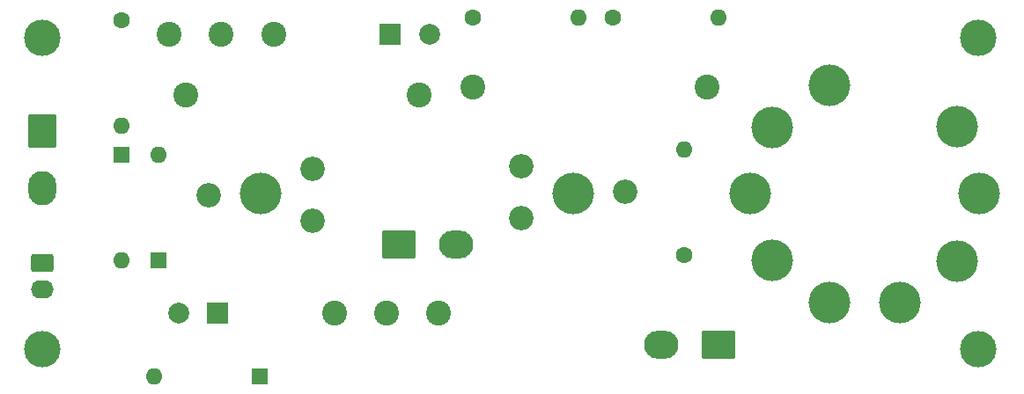
<source format=gbr>
%TF.GenerationSoftware,KiCad,Pcbnew,8.0.8*%
%TF.CreationDate,2025-02-11T23:57:59+01:00*%
%TF.ProjectId,Aussteuerung,41757373-7465-4756-9572-756e672e6b69,rev?*%
%TF.SameCoordinates,Original*%
%TF.FileFunction,Soldermask,Bot*%
%TF.FilePolarity,Negative*%
%FSLAX46Y46*%
G04 Gerber Fmt 4.6, Leading zero omitted, Abs format (unit mm)*
G04 Created by KiCad (PCBNEW 8.0.8) date 2025-02-11 23:57:59*
%MOMM*%
%LPD*%
G01*
G04 APERTURE LIST*
G04 Aperture macros list*
%AMRoundRect*
0 Rectangle with rounded corners*
0 $1 Rounding radius*
0 $2 $3 $4 $5 $6 $7 $8 $9 X,Y pos of 4 corners*
0 Add a 4 corners polygon primitive as box body*
4,1,4,$2,$3,$4,$5,$6,$7,$8,$9,$2,$3,0*
0 Add four circle primitives for the rounded corners*
1,1,$1+$1,$2,$3*
1,1,$1+$1,$4,$5*
1,1,$1+$1,$6,$7*
1,1,$1+$1,$8,$9*
0 Add four rect primitives between the rounded corners*
20,1,$1+$1,$2,$3,$4,$5,0*
20,1,$1+$1,$4,$5,$6,$7,0*
20,1,$1+$1,$6,$7,$8,$9,0*
20,1,$1+$1,$8,$9,$2,$3,0*%
G04 Aperture macros list end*
%ADD10C,1.600000*%
%ADD11O,1.600000X1.600000*%
%ADD12R,1.600000X1.600000*%
%ADD13RoundRect,0.250000X-0.845000X0.620000X-0.845000X-0.620000X0.845000X-0.620000X0.845000X0.620000X0*%
%ADD14O,2.190000X1.740000*%
%ADD15C,3.500120*%
%ADD16C,2.400000*%
%ADD17R,2.000000X2.000000*%
%ADD18C,2.000000*%
%ADD19RoundRect,0.250001X-1.099999X-1.399999X1.099999X-1.399999X1.099999X1.399999X-1.099999X1.399999X0*%
%ADD20O,2.700000X3.300000*%
%ADD21RoundRect,0.250001X-1.399999X1.099999X-1.399999X-1.099999X1.399999X-1.099999X1.399999X1.099999X0*%
%ADD22O,3.300000X2.700000*%
%ADD23RoundRect,0.250001X1.399999X-1.099999X1.399999X1.099999X-1.399999X1.099999X-1.399999X-1.099999X0*%
%ADD24C,4.000000*%
%ADD25C,2.340000*%
G04 APERTURE END LIST*
D10*
X122682000Y-89408000D03*
D11*
X132842000Y-89408000D03*
D12*
X88773000Y-123952000D03*
D11*
X78613000Y-123952000D03*
D13*
X67818000Y-113030000D03*
D14*
X67818000Y-115570000D03*
D15*
X67866260Y-91363800D03*
X67866260Y-121363740D03*
X157866080Y-91363800D03*
X157866080Y-121363740D03*
D10*
X75438000Y-89662000D03*
D11*
X75438000Y-99822000D03*
D16*
X100918000Y-117856000D03*
X95918000Y-117856000D03*
X105918000Y-117856000D03*
D17*
X84668000Y-117856000D03*
D18*
X80918000Y-117856000D03*
D12*
X78994000Y-112776000D03*
D11*
X78994000Y-102616000D03*
D10*
X129540000Y-112268000D03*
D11*
X129540000Y-102108000D03*
D19*
X67818000Y-100382000D03*
D20*
X67818000Y-105882000D03*
D16*
X109220000Y-96139000D03*
X131720000Y-96139000D03*
X81608000Y-96901000D03*
X104108000Y-96901000D03*
D21*
X132842000Y-120904000D03*
D22*
X127342000Y-120904000D03*
D23*
X102160000Y-111252000D03*
D22*
X107660000Y-111252000D03*
D10*
X109220000Y-89408000D03*
D11*
X119380000Y-89408000D03*
D12*
X75438000Y-102616000D03*
D11*
X75438000Y-112776000D03*
D16*
X85059500Y-91031500D03*
X90059500Y-91031500D03*
X80059500Y-91031500D03*
D17*
X101309500Y-91031500D03*
D18*
X105059500Y-91031500D03*
D24*
X118865000Y-106362000D03*
D25*
X113865000Y-103712000D03*
X123865000Y-106212000D03*
X113865000Y-108712000D03*
D24*
X88865000Y-106362000D03*
D25*
X93865000Y-109012000D03*
X83865000Y-106512000D03*
X93865000Y-104012000D03*
D24*
X155837227Y-99898041D03*
X157939001Y-106364200D03*
X155827269Y-112845641D03*
X150326173Y-116830518D03*
X143539813Y-116826622D03*
X138038339Y-112828610D03*
X135939007Y-106377764D03*
X137995309Y-99961063D03*
X143526963Y-95907561D03*
M02*

</source>
